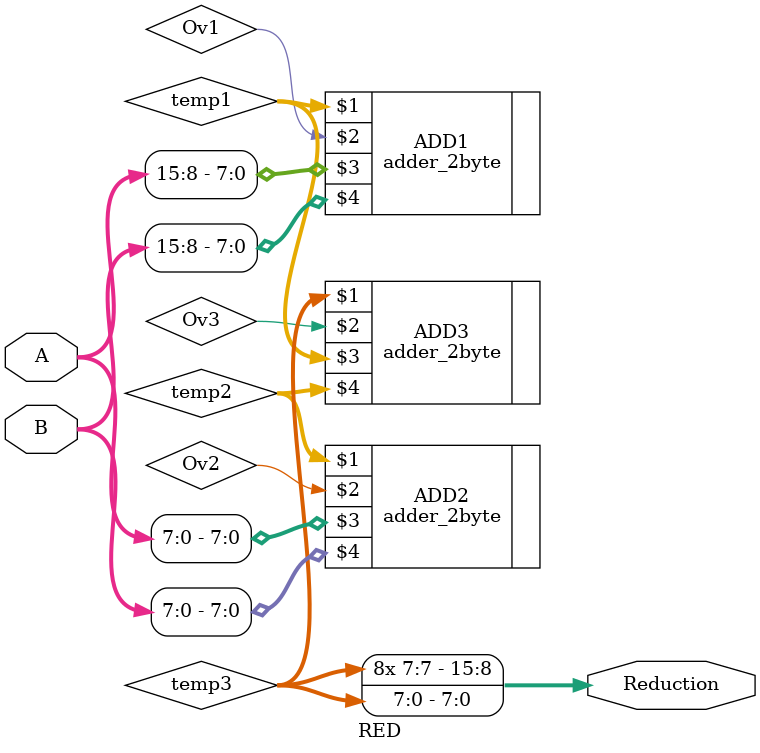
<source format=v>
module RED (A, B, Reduction); 

input [15:0] A, B;
output [15:0] Reduction; 
wire [7:0] temp1, temp2, temp3;
wire Ov1, Ov2, Ov3;

adder_2byte ADD1(temp1, Ov1, A[15:8], B[15:8]);
adder_2byte ADD2(temp2, Ov2, A[7:0], B[7:0]); 

adder_2byte ADD3(temp3, Ov3, temp1, temp2); 

  assign Reduction = {{8{temp3[7]}}, temp3}; 




endmodule 

</source>
